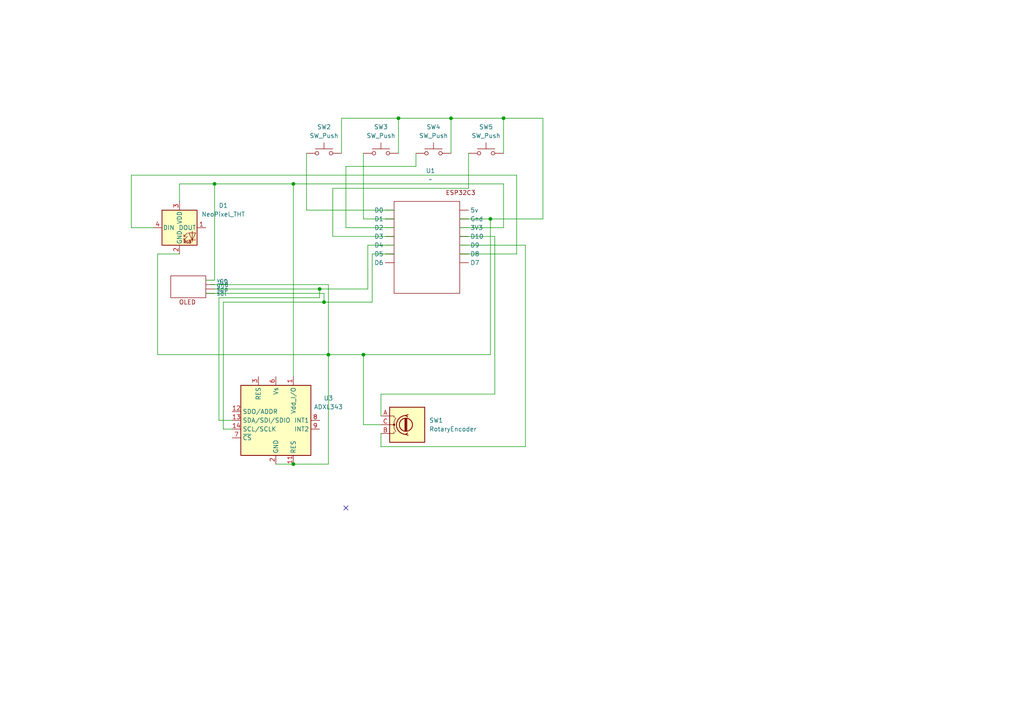
<source format=kicad_sch>
(kicad_sch
	(version 20250114)
	(generator "eeschema")
	(generator_version "9.0")
	(uuid "213964ec-124d-47f4-839d-b78f5755c2c8")
	(paper "A4")
	(lib_symbols
		(symbol "Device:RotaryEncoder"
			(pin_names
				(offset 0.254)
				(hide yes)
			)
			(exclude_from_sim no)
			(in_bom yes)
			(on_board yes)
			(property "Reference" "SW"
				(at 0 6.604 0)
				(effects
					(font
						(size 1.27 1.27)
					)
				)
			)
			(property "Value" "RotaryEncoder"
				(at 0 -6.604 0)
				(effects
					(font
						(size 1.27 1.27)
					)
				)
			)
			(property "Footprint" ""
				(at -3.81 4.064 0)
				(effects
					(font
						(size 1.27 1.27)
					)
					(hide yes)
				)
			)
			(property "Datasheet" "~"
				(at 0 6.604 0)
				(effects
					(font
						(size 1.27 1.27)
					)
					(hide yes)
				)
			)
			(property "Description" "Rotary encoder, dual channel, incremental quadrate outputs"
				(at 0 0 0)
				(effects
					(font
						(size 1.27 1.27)
					)
					(hide yes)
				)
			)
			(property "ki_keywords" "rotary switch encoder"
				(at 0 0 0)
				(effects
					(font
						(size 1.27 1.27)
					)
					(hide yes)
				)
			)
			(property "ki_fp_filters" "RotaryEncoder*"
				(at 0 0 0)
				(effects
					(font
						(size 1.27 1.27)
					)
					(hide yes)
				)
			)
			(symbol "RotaryEncoder_0_1"
				(rectangle
					(start -5.08 5.08)
					(end 5.08 -5.08)
					(stroke
						(width 0.254)
						(type default)
					)
					(fill
						(type background)
					)
				)
				(polyline
					(pts
						(xy -5.08 2.54) (xy -3.81 2.54) (xy -3.81 2.032)
					)
					(stroke
						(width 0)
						(type default)
					)
					(fill
						(type none)
					)
				)
				(polyline
					(pts
						(xy -5.08 0) (xy -3.81 0) (xy -3.81 -1.016) (xy -3.302 -2.032)
					)
					(stroke
						(width 0)
						(type default)
					)
					(fill
						(type none)
					)
				)
				(polyline
					(pts
						(xy -5.08 -2.54) (xy -3.81 -2.54) (xy -3.81 -2.032)
					)
					(stroke
						(width 0)
						(type default)
					)
					(fill
						(type none)
					)
				)
				(polyline
					(pts
						(xy -4.318 0) (xy -3.81 0) (xy -3.81 1.016) (xy -3.302 2.032)
					)
					(stroke
						(width 0)
						(type default)
					)
					(fill
						(type none)
					)
				)
				(circle
					(center -3.81 0)
					(radius 0.254)
					(stroke
						(width 0)
						(type default)
					)
					(fill
						(type outline)
					)
				)
				(polyline
					(pts
						(xy -0.635 -1.778) (xy -0.635 1.778)
					)
					(stroke
						(width 0.254)
						(type default)
					)
					(fill
						(type none)
					)
				)
				(circle
					(center -0.381 0)
					(radius 1.905)
					(stroke
						(width 0.254)
						(type default)
					)
					(fill
						(type none)
					)
				)
				(polyline
					(pts
						(xy -0.381 -1.778) (xy -0.381 1.778)
					)
					(stroke
						(width 0.254)
						(type default)
					)
					(fill
						(type none)
					)
				)
				(arc
					(start -0.381 -2.794)
					(mid -3.0988 -0.0635)
					(end -0.381 2.667)
					(stroke
						(width 0.254)
						(type default)
					)
					(fill
						(type none)
					)
				)
				(polyline
					(pts
						(xy -0.127 1.778) (xy -0.127 -1.778)
					)
					(stroke
						(width 0.254)
						(type default)
					)
					(fill
						(type none)
					)
				)
				(polyline
					(pts
						(xy 0.254 2.921) (xy -0.508 2.667) (xy 0.127 2.286)
					)
					(stroke
						(width 0.254)
						(type default)
					)
					(fill
						(type none)
					)
				)
				(polyline
					(pts
						(xy 0.254 -3.048) (xy -0.508 -2.794) (xy 0.127 -2.413)
					)
					(stroke
						(width 0.254)
						(type default)
					)
					(fill
						(type none)
					)
				)
			)
			(symbol "RotaryEncoder_1_1"
				(pin passive line
					(at -7.62 2.54 0)
					(length 2.54)
					(name "A"
						(effects
							(font
								(size 1.27 1.27)
							)
						)
					)
					(number "A"
						(effects
							(font
								(size 1.27 1.27)
							)
						)
					)
				)
				(pin passive line
					(at -7.62 0 0)
					(length 2.54)
					(name "C"
						(effects
							(font
								(size 1.27 1.27)
							)
						)
					)
					(number "C"
						(effects
							(font
								(size 1.27 1.27)
							)
						)
					)
				)
				(pin passive line
					(at -7.62 -2.54 0)
					(length 2.54)
					(name "B"
						(effects
							(font
								(size 1.27 1.27)
							)
						)
					)
					(number "B"
						(effects
							(font
								(size 1.27 1.27)
							)
						)
					)
				)
			)
			(embedded_fonts no)
		)
		(symbol "LED:NeoPixel_THT"
			(pin_names
				(offset 0.254)
			)
			(exclude_from_sim no)
			(in_bom yes)
			(on_board yes)
			(property "Reference" "D"
				(at 5.08 5.715 0)
				(effects
					(font
						(size 1.27 1.27)
					)
					(justify right bottom)
				)
			)
			(property "Value" "NeoPixel_THT"
				(at 1.27 -5.715 0)
				(effects
					(font
						(size 1.27 1.27)
					)
					(justify left top)
				)
			)
			(property "Footprint" ""
				(at 1.27 -7.62 0)
				(effects
					(font
						(size 1.27 1.27)
					)
					(justify left top)
					(hide yes)
				)
			)
			(property "Datasheet" "https://www.adafruit.com/product/1938"
				(at 2.54 -9.525 0)
				(effects
					(font
						(size 1.27 1.27)
					)
					(justify left top)
					(hide yes)
				)
			)
			(property "Description" "RGB LED with integrated controller, 5mm/8mm LED package"
				(at 0 0 0)
				(effects
					(font
						(size 1.27 1.27)
					)
					(hide yes)
				)
			)
			(property "ki_keywords" "RGB LED NeoPixel addressable"
				(at 0 0 0)
				(effects
					(font
						(size 1.27 1.27)
					)
					(hide yes)
				)
			)
			(property "ki_fp_filters" "LED*D5.0mm* LED*D8.0mm*"
				(at 0 0 0)
				(effects
					(font
						(size 1.27 1.27)
					)
					(hide yes)
				)
			)
			(symbol "NeoPixel_THT_0_0"
				(text "RGB"
					(at 2.286 -4.191 0)
					(effects
						(font
							(size 0.762 0.762)
						)
					)
				)
			)
			(symbol "NeoPixel_THT_0_1"
				(polyline
					(pts
						(xy 1.27 -2.54) (xy 1.778 -2.54)
					)
					(stroke
						(width 0)
						(type default)
					)
					(fill
						(type none)
					)
				)
				(polyline
					(pts
						(xy 1.27 -3.556) (xy 1.778 -3.556)
					)
					(stroke
						(width 0)
						(type default)
					)
					(fill
						(type none)
					)
				)
				(polyline
					(pts
						(xy 2.286 -1.524) (xy 1.27 -2.54) (xy 1.27 -2.032)
					)
					(stroke
						(width 0)
						(type default)
					)
					(fill
						(type none)
					)
				)
				(polyline
					(pts
						(xy 2.286 -2.54) (xy 1.27 -3.556) (xy 1.27 -3.048)
					)
					(stroke
						(width 0)
						(type default)
					)
					(fill
						(type none)
					)
				)
				(polyline
					(pts
						(xy 3.683 -1.016) (xy 3.683 -3.556) (xy 3.683 -4.064)
					)
					(stroke
						(width 0)
						(type default)
					)
					(fill
						(type none)
					)
				)
				(polyline
					(pts
						(xy 4.699 -1.524) (xy 2.667 -1.524) (xy 3.683 -3.556) (xy 4.699 -1.524)
					)
					(stroke
						(width 0)
						(type default)
					)
					(fill
						(type none)
					)
				)
				(polyline
					(pts
						(xy 4.699 -3.556) (xy 2.667 -3.556)
					)
					(stroke
						(width 0)
						(type default)
					)
					(fill
						(type none)
					)
				)
				(rectangle
					(start 5.08 5.08)
					(end -5.08 -5.08)
					(stroke
						(width 0.254)
						(type default)
					)
					(fill
						(type background)
					)
				)
			)
			(symbol "NeoPixel_THT_1_1"
				(pin input line
					(at -7.62 0 0)
					(length 2.54)
					(name "DIN"
						(effects
							(font
								(size 1.27 1.27)
							)
						)
					)
					(number "4"
						(effects
							(font
								(size 1.27 1.27)
							)
						)
					)
				)
				(pin power_in line
					(at 0 7.62 270)
					(length 2.54)
					(name "VDD"
						(effects
							(font
								(size 1.27 1.27)
							)
						)
					)
					(number "3"
						(effects
							(font
								(size 1.27 1.27)
							)
						)
					)
				)
				(pin power_in line
					(at 0 -7.62 90)
					(length 2.54)
					(name "GND"
						(effects
							(font
								(size 1.27 1.27)
							)
						)
					)
					(number "2"
						(effects
							(font
								(size 1.27 1.27)
							)
						)
					)
				)
				(pin output line
					(at 7.62 0 180)
					(length 2.54)
					(name "DOUT"
						(effects
							(font
								(size 1.27 1.27)
							)
						)
					)
					(number "1"
						(effects
							(font
								(size 1.27 1.27)
							)
						)
					)
				)
			)
			(embedded_fonts no)
		)
		(symbol "Sensor_Motion:ADXL343"
			(exclude_from_sim no)
			(in_bom yes)
			(on_board yes)
			(property "Reference" "U"
				(at -8.89 11.43 0)
				(effects
					(font
						(size 1.27 1.27)
					)
				)
			)
			(property "Value" "ADXL343"
				(at -7.62 -11.43 0)
				(effects
					(font
						(size 1.27 1.27)
					)
				)
			)
			(property "Footprint" "Package_LGA:LGA-14_3x5mm_P0.8mm_LayoutBorder1x6y"
				(at 0 0 0)
				(effects
					(font
						(size 1.27 1.27)
					)
					(hide yes)
				)
			)
			(property "Datasheet" "https://www.analog.com/media/en/technical-documentation/data-sheets/ADXL343.pdf"
				(at 0 0 0)
				(effects
					(font
						(size 1.27 1.27)
					)
					(hide yes)
				)
			)
			(property "Description" "3-Axis MEMS Accelerometer, 2/4/8/16g range, I2C/SPI, LGA-14"
				(at 0 0 0)
				(effects
					(font
						(size 1.27 1.27)
					)
					(hide yes)
				)
			)
			(property "ki_keywords" "3-axis accelerometer i2c spi mems"
				(at 0 0 0)
				(effects
					(font
						(size 1.27 1.27)
					)
					(hide yes)
				)
			)
			(property "ki_fp_filters" "*LGA*3x5mm*P0.8mm*"
				(at 0 0 0)
				(effects
					(font
						(size 1.27 1.27)
					)
					(hide yes)
				)
			)
			(symbol "ADXL343_0_1"
				(rectangle
					(start -10.16 10.16)
					(end 10.16 -10.16)
					(stroke
						(width 0.254)
						(type default)
					)
					(fill
						(type background)
					)
				)
			)
			(symbol "ADXL343_1_1"
				(pin bidirectional line
					(at -12.7 2.54 0)
					(length 2.54)
					(name "SDO/ADDR"
						(effects
							(font
								(size 1.27 1.27)
							)
						)
					)
					(number "12"
						(effects
							(font
								(size 1.27 1.27)
							)
						)
					)
				)
				(pin bidirectional line
					(at -12.7 0 0)
					(length 2.54)
					(name "SDA/SDI/SDIO"
						(effects
							(font
								(size 1.27 1.27)
							)
						)
					)
					(number "13"
						(effects
							(font
								(size 1.27 1.27)
							)
						)
					)
				)
				(pin input line
					(at -12.7 -2.54 0)
					(length 2.54)
					(name "SCL/SCLK"
						(effects
							(font
								(size 1.27 1.27)
							)
						)
					)
					(number "14"
						(effects
							(font
								(size 1.27 1.27)
							)
						)
					)
				)
				(pin input line
					(at -12.7 -5.08 0)
					(length 2.54)
					(name "~{CS}"
						(effects
							(font
								(size 1.27 1.27)
							)
						)
					)
					(number "7"
						(effects
							(font
								(size 1.27 1.27)
							)
						)
					)
				)
				(pin passive line
					(at -5.08 12.7 270)
					(length 2.54)
					(name "RES"
						(effects
							(font
								(size 1.27 1.27)
							)
						)
					)
					(number "3"
						(effects
							(font
								(size 1.27 1.27)
							)
						)
					)
				)
				(pin no_connect line
					(at -5.08 -10.16 90)
					(length 2.54)
					(hide yes)
					(name "NC"
						(effects
							(font
								(size 1.27 1.27)
							)
						)
					)
					(number "10"
						(effects
							(font
								(size 1.27 1.27)
							)
						)
					)
				)
				(pin power_in line
					(at 0 12.7 270)
					(length 2.54)
					(name "Vs"
						(effects
							(font
								(size 1.27 1.27)
							)
						)
					)
					(number "6"
						(effects
							(font
								(size 1.27 1.27)
							)
						)
					)
				)
				(pin power_in line
					(at 0 -12.7 90)
					(length 2.54)
					(name "GND"
						(effects
							(font
								(size 1.27 1.27)
							)
						)
					)
					(number "2"
						(effects
							(font
								(size 1.27 1.27)
							)
						)
					)
				)
				(pin passive line
					(at 0 -12.7 90)
					(length 2.54)
					(hide yes)
					(name "GND"
						(effects
							(font
								(size 1.27 1.27)
							)
						)
					)
					(number "4"
						(effects
							(font
								(size 1.27 1.27)
							)
						)
					)
				)
				(pin passive line
					(at 0 -12.7 90)
					(length 2.54)
					(hide yes)
					(name "GND"
						(effects
							(font
								(size 1.27 1.27)
							)
						)
					)
					(number "5"
						(effects
							(font
								(size 1.27 1.27)
							)
						)
					)
				)
				(pin power_in line
					(at 5.08 12.7 270)
					(length 2.54)
					(name "Vdd_I/O"
						(effects
							(font
								(size 1.27 1.27)
							)
						)
					)
					(number "1"
						(effects
							(font
								(size 1.27 1.27)
							)
						)
					)
				)
				(pin passive line
					(at 5.08 -12.7 90)
					(length 2.54)
					(name "RES"
						(effects
							(font
								(size 1.27 1.27)
							)
						)
					)
					(number "11"
						(effects
							(font
								(size 1.27 1.27)
							)
						)
					)
				)
				(pin output line
					(at 12.7 0 180)
					(length 2.54)
					(name "INT1"
						(effects
							(font
								(size 1.27 1.27)
							)
						)
					)
					(number "8"
						(effects
							(font
								(size 1.27 1.27)
							)
						)
					)
				)
				(pin output line
					(at 12.7 -2.54 180)
					(length 2.54)
					(name "INT2"
						(effects
							(font
								(size 1.27 1.27)
							)
						)
					)
					(number "9"
						(effects
							(font
								(size 1.27 1.27)
							)
						)
					)
				)
			)
			(embedded_fonts no)
		)
		(symbol "Switch:SW_Push"
			(pin_numbers
				(hide yes)
			)
			(pin_names
				(offset 1.016)
				(hide yes)
			)
			(exclude_from_sim no)
			(in_bom yes)
			(on_board yes)
			(property "Reference" "SW"
				(at 1.27 2.54 0)
				(effects
					(font
						(size 1.27 1.27)
					)
					(justify left)
				)
			)
			(property "Value" "SW_Push"
				(at 0 -1.524 0)
				(effects
					(font
						(size 1.27 1.27)
					)
				)
			)
			(property "Footprint" ""
				(at 0 5.08 0)
				(effects
					(font
						(size 1.27 1.27)
					)
					(hide yes)
				)
			)
			(property "Datasheet" "~"
				(at 0 5.08 0)
				(effects
					(font
						(size 1.27 1.27)
					)
					(hide yes)
				)
			)
			(property "Description" "Push button switch, generic, two pins"
				(at 0 0 0)
				(effects
					(font
						(size 1.27 1.27)
					)
					(hide yes)
				)
			)
			(property "ki_keywords" "switch normally-open pushbutton push-button"
				(at 0 0 0)
				(effects
					(font
						(size 1.27 1.27)
					)
					(hide yes)
				)
			)
			(symbol "SW_Push_0_1"
				(circle
					(center -2.032 0)
					(radius 0.508)
					(stroke
						(width 0)
						(type default)
					)
					(fill
						(type none)
					)
				)
				(polyline
					(pts
						(xy 0 1.27) (xy 0 3.048)
					)
					(stroke
						(width 0)
						(type default)
					)
					(fill
						(type none)
					)
				)
				(circle
					(center 2.032 0)
					(radius 0.508)
					(stroke
						(width 0)
						(type default)
					)
					(fill
						(type none)
					)
				)
				(polyline
					(pts
						(xy 2.54 1.27) (xy -2.54 1.27)
					)
					(stroke
						(width 0)
						(type default)
					)
					(fill
						(type none)
					)
				)
				(pin passive line
					(at -5.08 0 0)
					(length 2.54)
					(name "1"
						(effects
							(font
								(size 1.27 1.27)
							)
						)
					)
					(number "1"
						(effects
							(font
								(size 1.27 1.27)
							)
						)
					)
				)
				(pin passive line
					(at 5.08 0 180)
					(length 2.54)
					(name "2"
						(effects
							(font
								(size 1.27 1.27)
							)
						)
					)
					(number "2"
						(effects
							(font
								(size 1.27 1.27)
							)
						)
					)
				)
			)
			(embedded_fonts no)
		)
		(symbol "sensor_projects:ESP32"
			(exclude_from_sim no)
			(in_bom yes)
			(on_board yes)
			(property "Reference" "U"
				(at 0 0 0)
				(effects
					(font
						(size 1.27 1.27)
					)
				)
			)
			(property "Value" ""
				(at 0 0 0)
				(effects
					(font
						(size 1.27 1.27)
					)
				)
			)
			(property "Footprint" ""
				(at 0 0 0)
				(effects
					(font
						(size 1.27 1.27)
					)
					(hide yes)
				)
			)
			(property "Datasheet" ""
				(at 0 0 0)
				(effects
					(font
						(size 1.27 1.27)
					)
					(hide yes)
				)
			)
			(property "Description" ""
				(at 0 0 0)
				(effects
					(font
						(size 1.27 1.27)
					)
					(hide yes)
				)
			)
			(symbol "ESP32_0_1"
				(rectangle
					(start -19.05 27.94)
					(end 0 1.27)
					(stroke
						(width 0)
						(type default)
					)
					(fill
						(type none)
					)
				)
			)
			(symbol "ESP32_1_1"
				(text "ESP32C3"
					(at 0.254 30.48 0)
					(effects
						(font
							(size 1.27 1.27)
						)
					)
				)
				(pin bidirectional line
					(at -19.05 25.4 180)
					(length 2.54)
					(name "D0"
						(effects
							(font
								(size 1.27 1.27)
							)
						)
					)
					(number ""
						(effects
							(font
								(size 1.27 1.27)
							)
						)
					)
				)
				(pin bidirectional line
					(at -19.05 22.86 180)
					(length 2.54)
					(name "D1"
						(effects
							(font
								(size 1.27 1.27)
							)
						)
					)
					(number ""
						(effects
							(font
								(size 1.27 1.27)
							)
						)
					)
				)
				(pin bidirectional line
					(at -19.05 20.32 180)
					(length 2.54)
					(name "D2"
						(effects
							(font
								(size 1.27 1.27)
							)
						)
					)
					(number ""
						(effects
							(font
								(size 1.27 1.27)
							)
						)
					)
				)
				(pin bidirectional line
					(at -19.05 17.78 180)
					(length 2.54)
					(name "D3"
						(effects
							(font
								(size 1.27 1.27)
							)
						)
					)
					(number ""
						(effects
							(font
								(size 1.27 1.27)
							)
						)
					)
				)
				(pin bidirectional line
					(at -19.05 15.24 180)
					(length 2.54)
					(name "D4"
						(effects
							(font
								(size 1.27 1.27)
							)
						)
					)
					(number ""
						(effects
							(font
								(size 1.27 1.27)
							)
						)
					)
				)
				(pin bidirectional line
					(at -19.05 12.7 180)
					(length 2.54)
					(name "D5"
						(effects
							(font
								(size 1.27 1.27)
							)
						)
					)
					(number ""
						(effects
							(font
								(size 1.27 1.27)
							)
						)
					)
				)
				(pin bidirectional line
					(at -19.05 10.16 180)
					(length 2.54)
					(name "D6"
						(effects
							(font
								(size 1.27 1.27)
							)
						)
					)
					(number ""
						(effects
							(font
								(size 1.27 1.27)
							)
						)
					)
				)
				(pin bidirectional line
					(at 0 25.4 0)
					(length 2.54)
					(name "5v"
						(effects
							(font
								(size 1.27 1.27)
							)
						)
					)
					(number ""
						(effects
							(font
								(size 1.27 1.27)
							)
						)
					)
				)
				(pin bidirectional line
					(at 0 22.86 0)
					(length 2.54)
					(name "Gnd"
						(effects
							(font
								(size 1.27 1.27)
							)
						)
					)
					(number ""
						(effects
							(font
								(size 1.27 1.27)
							)
						)
					)
				)
				(pin bidirectional line
					(at 0 20.32 0)
					(length 2.54)
					(name "3V3"
						(effects
							(font
								(size 1.27 1.27)
							)
						)
					)
					(number ""
						(effects
							(font
								(size 1.27 1.27)
							)
						)
					)
				)
				(pin bidirectional line
					(at 0 17.78 0)
					(length 2.54)
					(name "D10"
						(effects
							(font
								(size 1.27 1.27)
							)
						)
					)
					(number ""
						(effects
							(font
								(size 1.27 1.27)
							)
						)
					)
				)
				(pin bidirectional line
					(at 0 15.24 0)
					(length 2.54)
					(name "D9"
						(effects
							(font
								(size 1.27 1.27)
							)
						)
					)
					(number ""
						(effects
							(font
								(size 1.27 1.27)
							)
						)
					)
				)
				(pin bidirectional line
					(at 0 12.7 0)
					(length 2.54)
					(name "D8"
						(effects
							(font
								(size 1.27 1.27)
							)
						)
					)
					(number ""
						(effects
							(font
								(size 1.27 1.27)
							)
						)
					)
				)
				(pin bidirectional line
					(at 0 10.16 0)
					(length 2.54)
					(name "D7"
						(effects
							(font
								(size 1.27 1.27)
							)
						)
					)
					(number ""
						(effects
							(font
								(size 1.27 1.27)
							)
						)
					)
				)
			)
			(embedded_fonts no)
		)
		(symbol "sensor_projects:OLED"
			(exclude_from_sim no)
			(in_bom yes)
			(on_board yes)
			(property "Reference" "U2"
				(at 7.62 5.7151 0)
				(effects
					(font
						(size 1.27 1.27)
					)
					(justify left)
				)
			)
			(property "Value" "~"
				(at 7.62 3.1751 0)
				(effects
					(font
						(size 1.27 1.27)
					)
					(justify left)
				)
			)
			(property "Footprint" ""
				(at 0 0 0)
				(effects
					(font
						(size 1.27 1.27)
					)
					(hide yes)
				)
			)
			(property "Datasheet" ""
				(at 0 0 0)
				(effects
					(font
						(size 1.27 1.27)
					)
					(hide yes)
				)
			)
			(property "Description" ""
				(at 0 0 0)
				(effects
					(font
						(size 1.27 1.27)
					)
					(hide yes)
				)
			)
			(symbol "OLED_0_1"
				(rectangle
					(start -6.35 7.62)
					(end 3.81 1.27)
					(stroke
						(width 0)
						(type default)
					)
					(fill
						(type none)
					)
				)
			)
			(symbol "OLED_1_1"
				(text "OLED"
					(at -1.524 0 0)
					(effects
						(font
							(size 1.27 1.27)
						)
					)
				)
				(pin input line
					(at 3.81 6.35 0)
					(length 2.54)
					(name "vcc"
						(effects
							(font
								(size 1.27 1.27)
							)
						)
					)
					(number ""
						(effects
							(font
								(size 1.27 1.27)
							)
						)
					)
				)
				(pin input line
					(at 3.81 5.08 0)
					(length 2.54)
					(name "gnd"
						(effects
							(font
								(size 1.27 1.27)
							)
						)
					)
					(number ""
						(effects
							(font
								(size 1.27 1.27)
							)
						)
					)
				)
				(pin bidirectional line
					(at 3.81 3.81 0)
					(length 2.54)
					(name "sda"
						(effects
							(font
								(size 1.27 1.27)
							)
						)
					)
					(number ""
						(effects
							(font
								(size 1.27 1.27)
							)
						)
					)
				)
				(pin bidirectional line
					(at 3.81 2.54 0)
					(length 2.54)
					(name "sdl"
						(effects
							(font
								(size 1.27 1.27)
							)
						)
					)
					(number ""
						(effects
							(font
								(size 1.27 1.27)
							)
						)
					)
				)
			)
			(embedded_fonts no)
		)
	)
	(junction
		(at 146.05 34.29)
		(diameter 0)
		(color 0 0 0 0)
		(uuid "00c2a2de-d5dd-42f0-8120-56446397c8ec")
	)
	(junction
		(at 85.09 134.62)
		(diameter 0)
		(color 0 0 0 0)
		(uuid "0bcf1dbb-548d-4ba3-a39a-f06cf2b9008b")
	)
	(junction
		(at 85.09 53.34)
		(diameter 0)
		(color 0 0 0 0)
		(uuid "19104f46-2151-43d2-974b-a8942ed1a70a")
	)
	(junction
		(at 130.81 34.29)
		(diameter 0)
		(color 0 0 0 0)
		(uuid "60f5eaa8-b591-427d-babb-5a312103ac95")
	)
	(junction
		(at 115.57 34.29)
		(diameter 0)
		(color 0 0 0 0)
		(uuid "70c534c3-1059-4db1-8355-73ee6d7d09ad")
	)
	(junction
		(at 93.98 87.63)
		(diameter 0)
		(color 0 0 0 0)
		(uuid "7a968414-1d23-421c-ae36-924c7ba0658f")
	)
	(junction
		(at 62.23 53.34)
		(diameter 0)
		(color 0 0 0 0)
		(uuid "b37d17ed-a86e-4289-a89f-41645bfa430e")
	)
	(junction
		(at 105.41 102.87)
		(diameter 0)
		(color 0 0 0 0)
		(uuid "bc915d35-f58d-45c3-8847-de4ef1323d13")
	)
	(junction
		(at 92.71 83.82)
		(diameter 0)
		(color 0 0 0 0)
		(uuid "bdbc0bdb-d3ee-416a-9b21-82adf4a84ef4")
	)
	(junction
		(at 142.24 63.5)
		(diameter 0)
		(color 0 0 0 0)
		(uuid "e38baa0c-01f5-4fbb-9be2-b5c4e6bf8ec7")
	)
	(junction
		(at 95.25 102.87)
		(diameter 0)
		(color 0 0 0 0)
		(uuid "e78d8e9b-048c-4b03-93d5-c56c0458f990")
	)
	(no_connect
		(at 100.33 147.32)
		(uuid "146eaecf-b5cd-4c81-bdce-5dbaa1e990b0")
	)
	(wire
		(pts
			(xy 93.98 87.63) (xy 107.95 87.63)
		)
		(stroke
			(width 0)
			(type default)
		)
		(uuid "08ea5a94-63d6-4ab8-b126-29029c922c14")
	)
	(wire
		(pts
			(xy 105.41 102.87) (xy 142.24 102.87)
		)
		(stroke
			(width 0)
			(type default)
		)
		(uuid "098e5513-a311-401e-af53-c736dfff11c0")
	)
	(wire
		(pts
			(xy 99.06 34.29) (xy 115.57 34.29)
		)
		(stroke
			(width 0)
			(type default)
		)
		(uuid "0a58b4f4-20ea-48f8-8946-9a21db12ec0a")
	)
	(wire
		(pts
			(xy 64.77 87.63) (xy 93.98 87.63)
		)
		(stroke
			(width 0)
			(type default)
		)
		(uuid "0bf9f5cb-870d-4fe4-9e81-1ece903ffdaa")
	)
	(wire
		(pts
			(xy 62.23 81.28) (xy 59.69 81.28)
		)
		(stroke
			(width 0)
			(type default)
		)
		(uuid "0ceacda4-bce9-4511-b549-cb70b9be7ee6")
	)
	(wire
		(pts
			(xy 120.65 44.45) (xy 120.65 48.26)
		)
		(stroke
			(width 0)
			(type default)
		)
		(uuid "0efd24eb-ca2b-435f-823f-a99b2367cedf")
	)
	(wire
		(pts
			(xy 85.09 53.34) (xy 146.05 53.34)
		)
		(stroke
			(width 0)
			(type default)
		)
		(uuid "1328af7c-3bcc-40d1-9305-df168716dade")
	)
	(wire
		(pts
			(xy 146.05 34.29) (xy 146.05 44.45)
		)
		(stroke
			(width 0)
			(type default)
		)
		(uuid "181722a1-9826-44ba-85b9-af139db1da25")
	)
	(wire
		(pts
			(xy 52.07 73.66) (xy 45.72 73.66)
		)
		(stroke
			(width 0)
			(type default)
		)
		(uuid "20da3cb8-dcdd-4e8d-91d5-bbb9c98e9f54")
	)
	(wire
		(pts
			(xy 135.89 54.61) (xy 135.89 44.45)
		)
		(stroke
			(width 0)
			(type default)
		)
		(uuid "224daf3e-4a41-41bf-baa0-0acb65565767")
	)
	(wire
		(pts
			(xy 143.51 68.58) (xy 133.35 68.58)
		)
		(stroke
			(width 0)
			(type default)
		)
		(uuid "2a2dd536-1f96-45b0-9835-9898fd9df8c6")
	)
	(wire
		(pts
			(xy 110.49 123.19) (xy 105.41 123.19)
		)
		(stroke
			(width 0)
			(type default)
		)
		(uuid "2c5ea6c7-2763-4fae-b5be-e046e0fab061")
	)
	(wire
		(pts
			(xy 110.49 114.3) (xy 143.51 114.3)
		)
		(stroke
			(width 0)
			(type default)
		)
		(uuid "2ce8a4e1-b842-49a5-95c3-f23a7b25c5d7")
	)
	(wire
		(pts
			(xy 62.23 83.82) (xy 92.71 83.82)
		)
		(stroke
			(width 0)
			(type default)
		)
		(uuid "2e01469d-b2d2-46d4-8a8a-88836342905d")
	)
	(wire
		(pts
			(xy 149.86 73.66) (xy 133.35 73.66)
		)
		(stroke
			(width 0)
			(type default)
		)
		(uuid "357de03a-5981-4fd2-b891-e94ad82e4df1")
	)
	(wire
		(pts
			(xy 115.57 34.29) (xy 130.81 34.29)
		)
		(stroke
			(width 0)
			(type default)
		)
		(uuid "35a49fc3-7f04-4579-b5ab-e795ea34f1db")
	)
	(wire
		(pts
			(xy 157.48 63.5) (xy 142.24 63.5)
		)
		(stroke
			(width 0)
			(type default)
		)
		(uuid "3a82bf39-bc73-4d8b-aa8c-d808dcf09ba8")
	)
	(wire
		(pts
			(xy 38.1 50.8) (xy 149.86 50.8)
		)
		(stroke
			(width 0)
			(type default)
		)
		(uuid "3a977cb7-3eaf-4ecf-8dc3-45c26c9703fe")
	)
	(wire
		(pts
			(xy 92.71 83.82) (xy 106.68 83.82)
		)
		(stroke
			(width 0)
			(type default)
		)
		(uuid "3b0a4da4-99da-497b-b2ea-19c0b6e9ceee")
	)
	(wire
		(pts
			(xy 62.23 53.34) (xy 85.09 53.34)
		)
		(stroke
			(width 0)
			(type default)
		)
		(uuid "3bd602f4-9066-4049-bffa-99b2a9d7bc48")
	)
	(wire
		(pts
			(xy 105.41 44.45) (xy 105.41 63.5)
		)
		(stroke
			(width 0)
			(type default)
		)
		(uuid "3c26971b-f7db-46c4-9ad7-8b5caa3b653d")
	)
	(wire
		(pts
			(xy 93.98 85.09) (xy 93.98 87.63)
		)
		(stroke
			(width 0)
			(type default)
		)
		(uuid "40196355-970f-4dec-8d47-13ed5ee31c0c")
	)
	(wire
		(pts
			(xy 99.06 44.45) (xy 99.06 34.29)
		)
		(stroke
			(width 0)
			(type default)
		)
		(uuid "42726d75-7c08-46bb-afd5-a4acdde9b002")
	)
	(wire
		(pts
			(xy 88.9 60.96) (xy 114.3 60.96)
		)
		(stroke
			(width 0)
			(type default)
		)
		(uuid "429ca90e-514d-4620-be97-692fd95f2fed")
	)
	(wire
		(pts
			(xy 120.65 48.26) (xy 100.33 48.26)
		)
		(stroke
			(width 0)
			(type default)
		)
		(uuid "43695cab-55c9-403a-8664-2c4537eadd89")
	)
	(wire
		(pts
			(xy 107.95 87.63) (xy 107.95 73.66)
		)
		(stroke
			(width 0)
			(type default)
		)
		(uuid "44f092e3-fb12-4f93-af1f-9911425eca6e")
	)
	(wire
		(pts
			(xy 100.33 48.26) (xy 100.33 66.04)
		)
		(stroke
			(width 0)
			(type default)
		)
		(uuid "49bd93f0-43b4-483b-8f5e-032cd3ff240c")
	)
	(wire
		(pts
			(xy 52.07 58.42) (xy 52.07 53.34)
		)
		(stroke
			(width 0)
			(type default)
		)
		(uuid "4a3a957d-d241-4edf-9fe1-56f75a383c77")
	)
	(wire
		(pts
			(xy 130.81 34.29) (xy 130.81 44.45)
		)
		(stroke
			(width 0)
			(type default)
		)
		(uuid "4f724ab4-0585-4a50-b31d-f918ef10c7bc")
	)
	(wire
		(pts
			(xy 100.33 66.04) (xy 114.3 66.04)
		)
		(stroke
			(width 0)
			(type default)
		)
		(uuid "546935f5-687f-4d0d-a45e-06ee027b2a7b")
	)
	(wire
		(pts
			(xy 115.57 34.29) (xy 115.57 44.45)
		)
		(stroke
			(width 0)
			(type default)
		)
		(uuid "578b4d52-c738-4e79-9a53-9dc441e38600")
	)
	(wire
		(pts
			(xy 95.25 82.55) (xy 95.25 102.87)
		)
		(stroke
			(width 0)
			(type default)
		)
		(uuid "5a3e6e2a-68cd-4458-9e96-b235c6c3dc26")
	)
	(wire
		(pts
			(xy 105.41 63.5) (xy 114.3 63.5)
		)
		(stroke
			(width 0)
			(type default)
		)
		(uuid "5bd2d608-4a27-4987-af6a-0987168875c0")
	)
	(wire
		(pts
			(xy 110.49 125.73) (xy 110.49 129.54)
		)
		(stroke
			(width 0)
			(type default)
		)
		(uuid "6405fd08-18ad-4e75-819a-88022cde8dd6")
	)
	(wire
		(pts
			(xy 146.05 66.04) (xy 133.35 66.04)
		)
		(stroke
			(width 0)
			(type default)
		)
		(uuid "650d6e2c-e51c-4a3b-a8f5-2c0e36747a32")
	)
	(wire
		(pts
			(xy 152.4 129.54) (xy 152.4 71.12)
		)
		(stroke
			(width 0)
			(type default)
		)
		(uuid "6751cd10-7150-4dfa-90fc-b3d9c0634e03")
	)
	(wire
		(pts
			(xy 52.07 53.34) (xy 62.23 53.34)
		)
		(stroke
			(width 0)
			(type default)
		)
		(uuid "6f6fa75c-b842-43dd-886e-3dc08191a545")
	)
	(wire
		(pts
			(xy 157.48 34.29) (xy 157.48 63.5)
		)
		(stroke
			(width 0)
			(type default)
		)
		(uuid "723797ee-6f44-4328-ba6e-97b7f2df33c5")
	)
	(wire
		(pts
			(xy 45.72 102.87) (xy 95.25 102.87)
		)
		(stroke
			(width 0)
			(type default)
		)
		(uuid "7433157d-c40a-4164-80c3-8a6cf71ff93a")
	)
	(wire
		(pts
			(xy 107.95 73.66) (xy 114.3 73.66)
		)
		(stroke
			(width 0)
			(type default)
		)
		(uuid "74d5c36c-5d72-4a38-bddf-00c5b72bbb60")
	)
	(wire
		(pts
			(xy 146.05 53.34) (xy 146.05 66.04)
		)
		(stroke
			(width 0)
			(type default)
		)
		(uuid "75e3f9c5-57a2-4b8c-9996-2a83165e8ce5")
	)
	(wire
		(pts
			(xy 96.52 68.58) (xy 96.52 54.61)
		)
		(stroke
			(width 0)
			(type default)
		)
		(uuid "7caee2cf-bc96-4f35-bdea-ec7f847a38f0")
	)
	(wire
		(pts
			(xy 92.71 86.36) (xy 92.71 83.82)
		)
		(stroke
			(width 0)
			(type default)
		)
		(uuid "8c5adfb5-7d8d-4e9f-b3d0-215392f87db0")
	)
	(wire
		(pts
			(xy 142.24 102.87) (xy 142.24 63.5)
		)
		(stroke
			(width 0)
			(type default)
		)
		(uuid "933b5ec6-e870-468e-9faa-b2f243a265bd")
	)
	(wire
		(pts
			(xy 38.1 66.04) (xy 38.1 50.8)
		)
		(stroke
			(width 0)
			(type default)
		)
		(uuid "96f2977a-cf1f-4ff5-8cba-58fe28f6b994")
	)
	(wire
		(pts
			(xy 45.72 73.66) (xy 45.72 102.87)
		)
		(stroke
			(width 0)
			(type default)
		)
		(uuid "a4c5ae65-167c-444d-b47a-c6832277efb2")
	)
	(wire
		(pts
			(xy 110.49 129.54) (xy 152.4 129.54)
		)
		(stroke
			(width 0)
			(type default)
		)
		(uuid "a6b7cec7-bca0-4117-9911-b83a63b2e42a")
	)
	(wire
		(pts
			(xy 85.09 109.22) (xy 85.09 53.34)
		)
		(stroke
			(width 0)
			(type default)
		)
		(uuid "acbeb500-8e1a-46ab-a202-2a9243b83578")
	)
	(wire
		(pts
			(xy 67.31 124.46) (xy 64.77 124.46)
		)
		(stroke
			(width 0)
			(type default)
		)
		(uuid "b72e29d9-f242-47e9-b891-35470c64bea8")
	)
	(wire
		(pts
			(xy 152.4 71.12) (xy 133.35 71.12)
		)
		(stroke
			(width 0)
			(type default)
		)
		(uuid "bdd7ce31-3ba3-4a27-9091-c058aac53652")
	)
	(wire
		(pts
			(xy 80.01 134.62) (xy 85.09 134.62)
		)
		(stroke
			(width 0)
			(type default)
		)
		(uuid "c0890a08-6c6a-4cac-b4c3-1f2df764a919")
	)
	(wire
		(pts
			(xy 96.52 54.61) (xy 135.89 54.61)
		)
		(stroke
			(width 0)
			(type default)
		)
		(uuid "c0e7d871-ec4c-4029-ac56-674f22c69504")
	)
	(wire
		(pts
			(xy 130.81 34.29) (xy 146.05 34.29)
		)
		(stroke
			(width 0)
			(type default)
		)
		(uuid "c20fe7b8-0a9b-4aa3-acab-daebbfe9a156")
	)
	(wire
		(pts
			(xy 146.05 34.29) (xy 157.48 34.29)
		)
		(stroke
			(width 0)
			(type default)
		)
		(uuid "c2a3885d-a830-4962-aa2d-b34a376c43b4")
	)
	(wire
		(pts
			(xy 63.5 86.36) (xy 92.71 86.36)
		)
		(stroke
			(width 0)
			(type default)
		)
		(uuid "c2b64a1f-acab-41bb-9190-eae579981de5")
	)
	(wire
		(pts
			(xy 85.09 134.62) (xy 95.25 134.62)
		)
		(stroke
			(width 0)
			(type default)
		)
		(uuid "c7fb1b91-d0be-4c55-bf90-8758bc76b3cd")
	)
	(wire
		(pts
			(xy 44.45 66.04) (xy 38.1 66.04)
		)
		(stroke
			(width 0)
			(type default)
		)
		(uuid "ca6574eb-b6aa-49ed-ab48-d3bb21831a5c")
	)
	(wire
		(pts
			(xy 63.5 121.92) (xy 63.5 86.36)
		)
		(stroke
			(width 0)
			(type default)
		)
		(uuid "caf464da-6d20-42a7-8c57-45b30f39822b")
	)
	(wire
		(pts
			(xy 114.3 68.58) (xy 96.52 68.58)
		)
		(stroke
			(width 0)
			(type default)
		)
		(uuid "cb3ebe4b-1a6a-4bf9-8b8c-fd7300aee3d5")
	)
	(wire
		(pts
			(xy 95.25 102.87) (xy 95.25 134.62)
		)
		(stroke
			(width 0)
			(type default)
		)
		(uuid "cd527420-2063-440d-9e9d-abdbd47e0dca")
	)
	(wire
		(pts
			(xy 142.24 63.5) (xy 133.35 63.5)
		)
		(stroke
			(width 0)
			(type default)
		)
		(uuid "cda2a95f-e295-4489-8ebe-640546c2093f")
	)
	(wire
		(pts
			(xy 95.25 102.87) (xy 105.41 102.87)
		)
		(stroke
			(width 0)
			(type default)
		)
		(uuid "cf50f9e6-9b95-4cfe-9839-c732b57bddc3")
	)
	(wire
		(pts
			(xy 88.9 44.45) (xy 88.9 60.96)
		)
		(stroke
			(width 0)
			(type default)
		)
		(uuid "d1288f78-0359-4735-b40d-457270dd3dde")
	)
	(wire
		(pts
			(xy 64.77 124.46) (xy 64.77 87.63)
		)
		(stroke
			(width 0)
			(type default)
		)
		(uuid "d9aaaf47-1c32-401d-b7c1-9604559a939e")
	)
	(wire
		(pts
			(xy 110.49 120.65) (xy 110.49 114.3)
		)
		(stroke
			(width 0)
			(type default)
		)
		(uuid "e31b1f29-66cb-4295-a183-686d29c3ec13")
	)
	(wire
		(pts
			(xy 106.68 83.82) (xy 106.68 71.12)
		)
		(stroke
			(width 0)
			(type default)
		)
		(uuid "e64eaad7-76e2-4ddd-8d5f-253e6baa3348")
	)
	(wire
		(pts
			(xy 67.31 121.92) (xy 63.5 121.92)
		)
		(stroke
			(width 0)
			(type default)
		)
		(uuid "e88b20a6-da78-465a-86f8-7b7aa65150f1")
	)
	(wire
		(pts
			(xy 106.68 71.12) (xy 114.3 71.12)
		)
		(stroke
			(width 0)
			(type default)
		)
		(uuid "ea14234b-7263-4d0d-9048-9e5c45d6a5a9")
	)
	(wire
		(pts
			(xy 143.51 114.3) (xy 143.51 68.58)
		)
		(stroke
			(width 0)
			(type default)
		)
		(uuid "ead9d827-3014-4229-934b-30eabcf192d2")
	)
	(wire
		(pts
			(xy 62.23 53.34) (xy 62.23 81.28)
		)
		(stroke
			(width 0)
			(type default)
		)
		(uuid "f0640b30-1450-4d6d-b6f2-6646486da936")
	)
	(wire
		(pts
			(xy 59.69 85.09) (xy 93.98 85.09)
		)
		(stroke
			(width 0)
			(type default)
		)
		(uuid "f098ca80-c295-46a0-8fd4-c4fd642db9a2")
	)
	(wire
		(pts
			(xy 60.96 82.55) (xy 95.25 82.55)
		)
		(stroke
			(width 0)
			(type default)
		)
		(uuid "f23d481b-e631-4136-8664-7a2ed487066b")
	)
	(wire
		(pts
			(xy 149.86 50.8) (xy 149.86 73.66)
		)
		(stroke
			(width 0)
			(type default)
		)
		(uuid "f40567d8-a427-4299-b825-a9f0b5026d73")
	)
	(wire
		(pts
			(xy 105.41 123.19) (xy 105.41 102.87)
		)
		(stroke
			(width 0)
			(type default)
		)
		(uuid "f8303e0c-799c-4ed1-bca1-b81839e06a12")
	)
	(symbol
		(lib_id "LED:NeoPixel_THT")
		(at 52.07 66.04 0)
		(unit 1)
		(exclude_from_sim no)
		(in_bom yes)
		(on_board yes)
		(dnp no)
		(fields_autoplaced yes)
		(uuid "16051b59-bc98-4fd7-831c-0bf3ac7370ab")
		(property "Reference" "D1"
			(at 64.77 59.6198 0)
			(effects
				(font
					(size 1.27 1.27)
				)
			)
		)
		(property "Value" "NeoPixel_THT"
			(at 64.77 62.1598 0)
			(effects
				(font
					(size 1.27 1.27)
				)
			)
		)
		(property "Footprint" ""
			(at 53.34 73.66 0)
			(effects
				(font
					(size 1.27 1.27)
				)
				(justify left top)
				(hide yes)
			)
		)
		(property "Datasheet" "https://www.adafruit.com/product/1938"
			(at 54.61 75.565 0)
			(effects
				(font
					(size 1.27 1.27)
				)
				(justify left top)
				(hide yes)
			)
		)
		(property "Description" "RGB LED with integrated controller, 5mm/8mm LED package"
			(at 52.07 66.04 0)
			(effects
				(font
					(size 1.27 1.27)
				)
				(hide yes)
			)
		)
		(pin "3"
			(uuid "81650e26-42d6-44d5-8463-17c9857c02a1")
		)
		(pin "4"
			(uuid "3986bffb-8a8b-4f43-a45e-7b3dc90c80f7")
		)
		(pin "1"
			(uuid "e0275e4b-81a9-493c-8e33-f7730ee3ed40")
		)
		(pin "2"
			(uuid "433f8200-9a57-45f0-95b5-46825a1f5e09")
		)
		(instances
			(project ""
				(path "/213964ec-124d-47f4-839d-b78f5755c2c8"
					(reference "D1")
					(unit 1)
				)
			)
		)
	)
	(symbol
		(lib_id "sensor_projects:ESP32")
		(at 133.35 86.36 0)
		(unit 1)
		(exclude_from_sim no)
		(in_bom yes)
		(on_board yes)
		(dnp no)
		(fields_autoplaced yes)
		(uuid "36395c8c-970f-4462-a232-19880e47c13e")
		(property "Reference" "U1"
			(at 124.8693 49.53 0)
			(effects
				(font
					(size 1.27 1.27)
				)
			)
		)
		(property "Value" "~"
			(at 124.8693 52.07 0)
			(effects
				(font
					(size 1.27 1.27)
				)
			)
		)
		(property "Footprint" ""
			(at 133.35 86.36 0)
			(effects
				(font
					(size 1.27 1.27)
				)
				(hide yes)
			)
		)
		(property "Datasheet" ""
			(at 133.35 86.36 0)
			(effects
				(font
					(size 1.27 1.27)
				)
				(hide yes)
			)
		)
		(property "Description" ""
			(at 133.35 86.36 0)
			(effects
				(font
					(size 1.27 1.27)
				)
				(hide yes)
			)
		)
		(pin ""
			(uuid "fdd93307-b645-408c-8013-9b8072dd31a2")
		)
		(pin ""
			(uuid "5f30b8db-99c4-4eac-abe1-fab418d1c65e")
		)
		(pin ""
			(uuid "ccee186f-9d8f-45d2-b0fa-3a1d038dac11")
		)
		(pin ""
			(uuid "9fe1a436-6936-43cf-9f43-0dbbcf803a7f")
		)
		(pin ""
			(uuid "4a58a99d-e0b7-40c1-81cd-94b9659e07cb")
		)
		(pin ""
			(uuid "5823f7b7-85dd-4ba9-8142-52c632a6bf56")
		)
		(pin ""
			(uuid "371f1b19-8891-4056-ab02-ee028f416729")
		)
		(pin ""
			(uuid "a543c9d3-a4d6-408a-9014-224629504bd2")
		)
		(pin ""
			(uuid "ed00d998-81a5-49dc-89d3-6adae49a35c0")
		)
		(pin ""
			(uuid "ea453419-e3b5-4d57-8b06-c28d393608b3")
		)
		(pin ""
			(uuid "4e514800-86a9-4fc6-9dc3-b9b5f04d7668")
		)
		(pin ""
			(uuid "cce8a1d3-1a82-4d0e-a87f-4b3fcaae3f07")
		)
		(pin ""
			(uuid "4262cc55-9cab-43ff-9e05-bc38cfd78578")
		)
		(pin ""
			(uuid "96cbc686-e96a-4921-95f4-717977605fa9")
		)
		(instances
			(project ""
				(path "/213964ec-124d-47f4-839d-b78f5755c2c8"
					(reference "U1")
					(unit 1)
				)
			)
		)
	)
	(symbol
		(lib_id "Sensor_Motion:ADXL343")
		(at 80.01 121.92 0)
		(unit 1)
		(exclude_from_sim no)
		(in_bom yes)
		(on_board yes)
		(dnp no)
		(fields_autoplaced yes)
		(uuid "57be6e40-8621-4c00-aedd-58f90d52b48a")
		(property "Reference" "U3"
			(at 95.25 115.4998 0)
			(effects
				(font
					(size 1.27 1.27)
				)
			)
		)
		(property "Value" "ADXL343"
			(at 95.25 118.0398 0)
			(effects
				(font
					(size 1.27 1.27)
				)
			)
		)
		(property "Footprint" "Package_LGA:LGA-14_3x5mm_P0.8mm_LayoutBorder1x6y"
			(at 80.01 121.92 0)
			(effects
				(font
					(size 1.27 1.27)
				)
				(hide yes)
			)
		)
		(property "Datasheet" "https://www.analog.com/media/en/technical-documentation/data-sheets/ADXL343.pdf"
			(at 80.01 121.92 0)
			(effects
				(font
					(size 1.27 1.27)
				)
				(hide yes)
			)
		)
		(property "Description" "3-Axis MEMS Accelerometer, 2/4/8/16g range, I2C/SPI, LGA-14"
			(at 80.01 121.92 0)
			(effects
				(font
					(size 1.27 1.27)
				)
				(hide yes)
			)
		)
		(pin "7"
			(uuid "25618c47-f8cc-4416-985e-a107c5bffd5b")
		)
		(pin "11"
			(uuid "b11fd646-7119-4c88-b248-62c1477da967")
		)
		(pin "10"
			(uuid "f5897bef-5f53-4387-bc68-717e6c74fa36")
		)
		(pin "1"
			(uuid "8cb48ed7-9e9d-4a62-b64d-295fbe8d9435")
		)
		(pin "9"
			(uuid "c133835f-44c8-4693-8a6e-ebfee64c59b7")
		)
		(pin "6"
			(uuid "1b585721-44bd-409e-9ccc-0d989836d980")
		)
		(pin "8"
			(uuid "374f2351-d30c-411d-b547-f8da236e2efb")
		)
		(pin "14"
			(uuid "fe3de4f4-e41a-42bd-83c8-81605da6d82f")
		)
		(pin "2"
			(uuid "3ad70c38-f307-46c2-962f-7b328e8da089")
		)
		(pin "4"
			(uuid "f725d013-a6fd-4845-ac92-3506958e4a58")
		)
		(pin "5"
			(uuid "40e62b80-d32b-416e-b07d-6238a9ddd770")
		)
		(pin "12"
			(uuid "06117b5e-13cb-40f6-84ee-f6d61583369d")
		)
		(pin "13"
			(uuid "14d26f4d-d034-4ce6-b1d2-aad382b03abd")
		)
		(pin "3"
			(uuid "5a8c6a9d-d4de-45a0-a600-ec805204bded")
		)
		(instances
			(project ""
				(path "/213964ec-124d-47f4-839d-b78f5755c2c8"
					(reference "U3")
					(unit 1)
				)
			)
		)
	)
	(symbol
		(lib_id "Switch:SW_Push")
		(at 110.49 44.45 0)
		(unit 1)
		(exclude_from_sim no)
		(in_bom yes)
		(on_board yes)
		(dnp no)
		(fields_autoplaced yes)
		(uuid "6a66304c-3df5-445a-bb41-6b442dc7b1d4")
		(property "Reference" "SW3"
			(at 110.49 36.83 0)
			(effects
				(font
					(size 1.27 1.27)
				)
			)
		)
		(property "Value" "SW_Push"
			(at 110.49 39.37 0)
			(effects
				(font
					(size 1.27 1.27)
				)
			)
		)
		(property "Footprint" ""
			(at 110.49 39.37 0)
			(effects
				(font
					(size 1.27 1.27)
				)
				(hide yes)
			)
		)
		(property "Datasheet" "~"
			(at 110.49 39.37 0)
			(effects
				(font
					(size 1.27 1.27)
				)
				(hide yes)
			)
		)
		(property "Description" "Push button switch, generic, two pins"
			(at 110.49 44.45 0)
			(effects
				(font
					(size 1.27 1.27)
				)
				(hide yes)
			)
		)
		(pin "2"
			(uuid "66ace94f-0653-426a-bd0c-39d126ab0e9a")
		)
		(pin "1"
			(uuid "0df3624a-ebb7-4762-9512-ee17371281be")
		)
		(instances
			(project ""
				(path "/213964ec-124d-47f4-839d-b78f5755c2c8"
					(reference "SW3")
					(unit 1)
				)
			)
		)
	)
	(symbol
		(lib_id "Device:RotaryEncoder")
		(at 118.11 123.19 0)
		(unit 1)
		(exclude_from_sim no)
		(in_bom yes)
		(on_board yes)
		(dnp no)
		(fields_autoplaced yes)
		(uuid "7faef9ac-131d-4fec-940a-282f41c25cd1")
		(property "Reference" "SW1"
			(at 124.46 121.9199 0)
			(effects
				(font
					(size 1.27 1.27)
				)
				(justify left)
			)
		)
		(property "Value" "RotaryEncoder"
			(at 124.46 124.4599 0)
			(effects
				(font
					(size 1.27 1.27)
				)
				(justify left)
			)
		)
		(property "Footprint" ""
			(at 114.3 119.126 0)
			(effects
				(font
					(size 1.27 1.27)
				)
				(hide yes)
			)
		)
		(property "Datasheet" "~"
			(at 118.11 116.586 0)
			(effects
				(font
					(size 1.27 1.27)
				)
				(hide yes)
			)
		)
		(property "Description" "Rotary encoder, dual channel, incremental quadrate outputs"
			(at 118.11 123.19 0)
			(effects
				(font
					(size 1.27 1.27)
				)
				(hide yes)
			)
		)
		(pin "A"
			(uuid "b84f1693-0b3c-498d-a4f5-650fbc6efcac")
		)
		(pin "B"
			(uuid "c1979e68-7416-48ef-95a8-2973a3d45560")
		)
		(pin "C"
			(uuid "2aedd2ce-6c19-4526-a52b-641d3aa0bb8f")
		)
		(instances
			(project ""
				(path "/213964ec-124d-47f4-839d-b78f5755c2c8"
					(reference "SW1")
					(unit 1)
				)
			)
		)
	)
	(symbol
		(lib_id "Switch:SW_Push")
		(at 140.97 44.45 0)
		(unit 1)
		(exclude_from_sim no)
		(in_bom yes)
		(on_board yes)
		(dnp no)
		(fields_autoplaced yes)
		(uuid "ae8eb4f8-82a0-442d-a56d-6161b5c25b38")
		(property "Reference" "SW5"
			(at 140.97 36.83 0)
			(effects
				(font
					(size 1.27 1.27)
				)
			)
		)
		(property "Value" "SW_Push"
			(at 140.97 39.37 0)
			(effects
				(font
					(size 1.27 1.27)
				)
			)
		)
		(property "Footprint" ""
			(at 140.97 39.37 0)
			(effects
				(font
					(size 1.27 1.27)
				)
				(hide yes)
			)
		)
		(property "Datasheet" "~"
			(at 140.97 39.37 0)
			(effects
				(font
					(size 1.27 1.27)
				)
				(hide yes)
			)
		)
		(property "Description" "Push button switch, generic, two pins"
			(at 140.97 44.45 0)
			(effects
				(font
					(size 1.27 1.27)
				)
				(hide yes)
			)
		)
		(pin "2"
			(uuid "3eee5613-5b01-4f3e-8183-d8d4e5acff20")
		)
		(pin "1"
			(uuid "5f7d3d97-b558-4f6e-aa68-bf55ea35f170")
		)
		(instances
			(project ""
				(path "/213964ec-124d-47f4-839d-b78f5755c2c8"
					(reference "SW5")
					(unit 1)
				)
			)
		)
	)
	(symbol
		(lib_id "Switch:SW_Push")
		(at 93.98 44.45 0)
		(unit 1)
		(exclude_from_sim no)
		(in_bom yes)
		(on_board yes)
		(dnp no)
		(fields_autoplaced yes)
		(uuid "bb6537df-439d-4b9c-9e15-8ebebc82bbfa")
		(property "Reference" "SW2"
			(at 93.98 36.83 0)
			(effects
				(font
					(size 1.27 1.27)
				)
			)
		)
		(property "Value" "SW_Push"
			(at 93.98 39.37 0)
			(effects
				(font
					(size 1.27 1.27)
				)
			)
		)
		(property "Footprint" ""
			(at 93.98 39.37 0)
			(effects
				(font
					(size 1.27 1.27)
				)
				(hide yes)
			)
		)
		(property "Datasheet" "~"
			(at 93.98 39.37 0)
			(effects
				(font
					(size 1.27 1.27)
				)
				(hide yes)
			)
		)
		(property "Description" "Push button switch, generic, two pins"
			(at 93.98 44.45 0)
			(effects
				(font
					(size 1.27 1.27)
				)
				(hide yes)
			)
		)
		(pin "2"
			(uuid "0e7d7b8d-2df1-4652-bef7-441b528addc3")
		)
		(pin "1"
			(uuid "7cfa509c-6640-4bc6-9cbd-3a50866db3f6")
		)
		(instances
			(project ""
				(path "/213964ec-124d-47f4-839d-b78f5755c2c8"
					(reference "SW2")
					(unit 1)
				)
			)
		)
	)
	(symbol
		(lib_id "Switch:SW_Push")
		(at 125.73 44.45 0)
		(unit 1)
		(exclude_from_sim no)
		(in_bom yes)
		(on_board yes)
		(dnp no)
		(fields_autoplaced yes)
		(uuid "d792c53b-1ef4-425e-9d41-eb5f9d1a4f9b")
		(property "Reference" "SW4"
			(at 125.73 36.83 0)
			(effects
				(font
					(size 1.27 1.27)
				)
			)
		)
		(property "Value" "SW_Push"
			(at 125.73 39.37 0)
			(effects
				(font
					(size 1.27 1.27)
				)
			)
		)
		(property "Footprint" ""
			(at 125.73 39.37 0)
			(effects
				(font
					(size 1.27 1.27)
				)
				(hide yes)
			)
		)
		(property "Datasheet" "~"
			(at 125.73 39.37 0)
			(effects
				(font
					(size 1.27 1.27)
				)
				(hide yes)
			)
		)
		(property "Description" "Push button switch, generic, two pins"
			(at 125.73 44.45 0)
			(effects
				(font
					(size 1.27 1.27)
				)
				(hide yes)
			)
		)
		(pin "1"
			(uuid "9ef97572-7399-430c-afc2-60bab111ece0")
		)
		(pin "2"
			(uuid "b831cfb1-d5fa-4eb4-96a6-4a5bc3381264")
		)
		(instances
			(project ""
				(path "/213964ec-124d-47f4-839d-b78f5755c2c8"
					(reference "SW4")
					(unit 1)
				)
			)
		)
	)
	(symbol
		(lib_id "sensor_projects:OLED")
		(at 55.88 87.63 0)
		(unit 1)
		(exclude_from_sim no)
		(in_bom yes)
		(on_board yes)
		(dnp no)
		(fields_autoplaced yes)
		(uuid "fcda0a84-e4d7-4fdf-b647-8f9f1fea1903")
		(property "Reference" "U2"
			(at 63.5 81.9149 0)
			(effects
				(font
					(size 1.27 1.27)
				)
				(justify left)
			)
		)
		(property "Value" "~"
			(at 63.5 84.4549 0)
			(effects
				(font
					(size 1.27 1.27)
				)
				(justify left)
			)
		)
		(property "Footprint" ""
			(at 55.88 87.63 0)
			(effects
				(font
					(size 1.27 1.27)
				)
				(hide yes)
			)
		)
		(property "Datasheet" ""
			(at 55.88 87.63 0)
			(effects
				(font
					(size 1.27 1.27)
				)
				(hide yes)
			)
		)
		(property "Description" ""
			(at 55.88 87.63 0)
			(effects
				(font
					(size 1.27 1.27)
				)
				(hide yes)
			)
		)
		(pin ""
			(uuid "f890b164-918a-4b45-be41-dff9ea38f3fb")
		)
		(pin ""
			(uuid "a6a77da5-4525-4044-a262-71c420447988")
		)
		(pin ""
			(uuid "89b70cac-9044-4958-aef0-21f2e1a47593")
		)
		(pin ""
			(uuid "5a8787df-2820-4e8d-bbd7-df94004c0528")
		)
		(instances
			(project ""
				(path "/213964ec-124d-47f4-839d-b78f5755c2c8"
					(reference "U2")
					(unit 1)
				)
			)
		)
	)
	(sheet_instances
		(path "/"
			(page "1")
		)
	)
	(embedded_fonts no)
)

</source>
